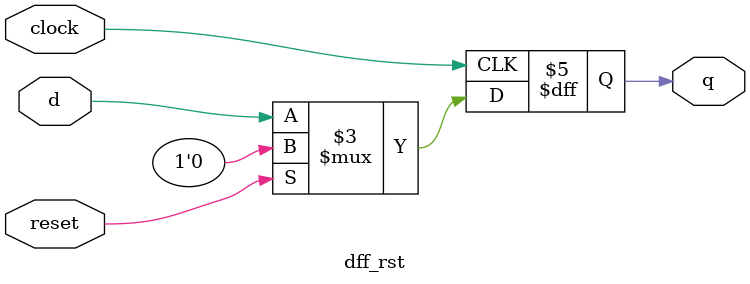
<source format=v>
module dff_rst (d   , clock,reset   , q);
  input d, clock,reset ; 
  output reg q;

  always @ ( posedge clock)
      begin
if(reset)
q<=0;
else
q <= d;
        end
endmodule  

</source>
